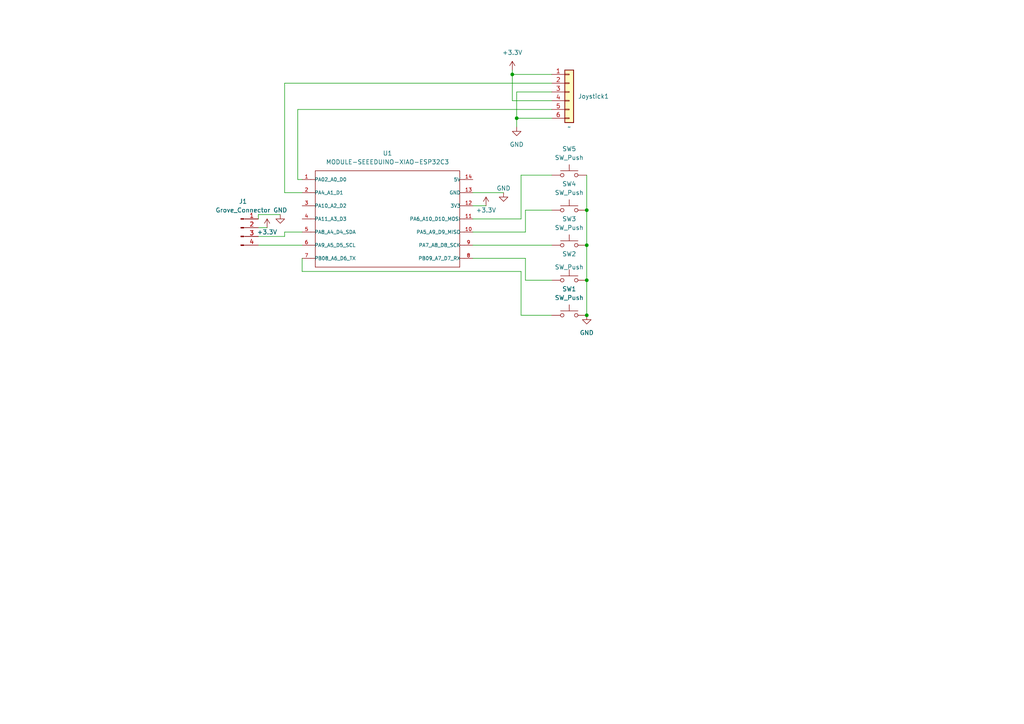
<source format=kicad_sch>
(kicad_sch (version 20230121) (generator eeschema)
  (paper "A4")
  (lib_symbols
    (symbol "New_Library:Grove_Connector" (pin_names (offset 1.016) hide)
      (property "Reference" "J" (at 0 5.08 0))
      (property "Value" "Grove_Connector" (at 0 -7.62 0))
      (symbol "Grove_Connector_1_1"
        (polyline (pts (xy 1.27 -5.08) (xy 0.8636 -5.08)) (stroke (width 0.1524)))
        (polyline (pts (xy 1.27 -2.54) (xy 0.8636 -2.54)) (stroke (width 0.1524)))
        (polyline (pts (xy 1.27 0) (xy 0.8636 0)) (stroke (width 0.1524)))
        (polyline (pts (xy 1.27 2.54) (xy 0.8636 2.54)) (stroke (width 0.1524)))
        (rectangle (start 0.8636 -4.953) (end 0 -5.207) (stroke (width 0.1524)) (fill (type outline)))
        (rectangle (start 0.8636 -2.413) (end 0 -2.667) (stroke (width 0.1524)) (fill (type outline)))
        (rectangle (start 0.8636 0.127) (end 0 -0.127) (stroke (width 0.1524)) (fill (type outline)))
        (rectangle (start 0.8636 2.667) (end 0 2.413) (stroke (width 0.1524)) (fill (type outline)))
        (pin power_in line (at 5.08 2.54 180) (length 3.81) (name "GND") (number "1"))
        (pin power_in line (at 5.08 0 180) (length 3.81) (name "Vcc") (number "2"))
        (pin bidirectional line (at 5.08 -2.54 180) (length 3.81) (name "SDA") (number "3"))
        (pin input line (at 5.08 -5.08 180) (length 3.81) (name "SCL") (number "4"))
      )
    )
    (symbol "New_Library:Joystick" (pin_names (offset 1.016) hide)
      (property "Reference" "Joystick" (at 0 7.62 0))
      (symbol "Joystick_1_1"
        (rectangle (start -1.27 -7.493) (end 0 -7.747) (stroke (width 0.1524)))
        (rectangle (start -1.27 -4.953) (end 0 -5.207) (stroke (width 0.1524)))
        (rectangle (start -1.27 -2.413) (end 0 -2.667) (stroke (width 0.1524)))
        (rectangle (start -1.27 0.127) (end 0 -0.127) (stroke (width 0.1524)))
        (rectangle (start -1.27 2.667) (end 0 2.413) (stroke (width 0.1524)))
        (rectangle (start -1.27 5.207) (end 0 4.953) (stroke (width 0.1524)))
        (rectangle (start -1.27 6.35) (end 1.27 -8.89) (stroke (width 0.254)) (fill (type background)))
        (pin power_in line (at -5.08 5.08 0) (length 3.81) (name "H+") (number "1"))
        (pin output line (at -5.08 2.54 0) (length 3.81) (name "HV") (number "2"))
        (pin power_in line (at -5.08 0 0) (length 3.81) (name "H-") (number "3"))
        (pin power_in line (at -5.08 -2.54 0) (length 3.81) (name "V+") (number "4"))
        (pin output line (at -5.08 -5.08 0) (length 3.81) (name "VV") (number "5"))
        (pin power_in line (at -5.08 -7.62 0) (length 3.81) (name "V-") (number "6"))
      )
    )
    (symbol "Switch:SW_Push" (pin_numbers hide) (pin_names (offset 1.016) hide)
      (property "Reference" "SW" (at 1.27 2.54 0))
      (property "Value" "SW_Push" (at 0 -1.524 0))
      (symbol "SW_Push_0_1"
        (circle (center -2.032 0) (radius 0.508))
        (polyline (pts (xy 0 1.27) (xy 0 3.048)))
        (polyline (pts (xy 2.54 1.27) (xy -2.54 1.27)))
        (circle (center 2.032 0) (radius 0.508))
        (pin passive line (at -5.08 0 0) (length 2.54) (name "1") (number "1"))
        (pin passive line (at 5.08 0 180) (length 2.54) (name "2") (number "2"))
      )
    )
    (symbol "power:+3.3V" (power) (pin_names (offset 0))
      (property "Value" "+3.3V" (at 0 3.556 0))
      (symbol "+3.3V_0_1"
        (polyline (pts (xy -0.762 1.27) (xy 0 2.54)))
        (polyline (pts (xy 0 0) (xy 0 2.54)))
        (polyline (pts (xy 0 2.54) (xy 0.762 1.27)))
      )
      (symbol "+3.3V_1_1"
        (pin power_in line (at 0 0 90) (length 0) hide (name "+3.3V") (number "1"))
      )
    )
    (symbol "power:GND" (power) (pin_names (offset 0))
      (property "Value" "GND" (at 0 -3.81 0))
      (symbol "GND_0_1"
        (polyline (pts (xy 0 0) (xy 0 -1.27) (xy 1.27 -1.27) (xy 0 -2.54) (xy -1.27 -1.27) (xy 0 -1.27)))
      )
      (symbol "GND_1_1"
        (pin power_in line (at 0 0 270) (length 0) hide (name "GND") (number "1"))
      )
    )
    (symbol "xiao:MOUDLE-SEEEDUINO-XIAO-ESP32C3" (pin_names (offset 1.016))
      (property "Reference" "U" (at -21.59 15.24 0))
      (property "Value" "MOUDLE-SEEEDUINO-XIAO-ESP32C3" (at -21.59 13.97 0))
      (symbol "MOUDLE-SEEEDUINO-XIAO-ESP32C3_0_0"
        (polyline (pts (xy -21.59 -13.97) (xy -21.59 0)) (stroke (width 0.1524)))
        (polyline (pts (xy -21.59 -11.43) (xy -22.86 -11.43)) (stroke (width 0.1524)))
        (polyline (pts (xy -21.59 -7.62) (xy -22.86 -7.62)) (stroke (width 0.1524)))
        (polyline (pts (xy -21.59 -3.81) (xy -22.86 -3.81)) (stroke (width 0.1524)))
        (polyline (pts (xy -21.59 0) (xy -22.86 0)) (stroke (width 0.1524)))
        (polyline (pts (xy -21.59 0) (xy -21.59 3.81)) (stroke (width 0.1524)))
        (polyline (pts (xy -21.59 3.81) (xy -22.86 3.81)) (stroke (width 0.1524)))
        (polyline (pts (xy -21.59 3.81) (xy -21.59 7.62)) (stroke (width 0.1524)))
        (polyline (pts (xy -21.59 7.62) (xy -22.86 7.62)) (stroke (width 0.1524)))
        (polyline (pts (xy -21.59 7.62) (xy -21.59 11.43)) (stroke (width 0.1524)))
        (polyline (pts (xy -21.59 11.43) (xy -22.86 11.43)) (stroke (width 0.1524)))
        (polyline (pts (xy -21.59 11.43) (xy -21.59 13.97)) (stroke (width 0.1524)))
        (polyline (pts (xy -21.59 13.97) (xy 20.32 13.97)) (stroke (width 0.1524)))
        (polyline (pts (xy 20.32 -13.97) (xy -21.59 -13.97)) (stroke (width 0.1524)))
        (polyline (pts (xy 20.32 3.81) (xy 20.32 -13.97)) (stroke (width 0.1524)))
        (polyline (pts (xy 20.32 7.62) (xy 20.32 3.81)) (stroke (width 0.1524)))
        (polyline (pts (xy 20.32 11.43) (xy 20.32 7.62)) (stroke (width 0.1524)))
        (polyline (pts (xy 20.32 13.97) (xy 20.32 11.43)) (stroke (width 0.1524)))
        (polyline (pts (xy 21.59 -11.43) (xy 20.32 -11.43)) (stroke (width 0.1524)))
        (polyline (pts (xy 21.59 -7.62) (xy 20.32 -7.62)) (stroke (width 0.1524)))
        (polyline (pts (xy 21.59 -3.81) (xy 20.32 -3.81)) (stroke (width 0.1524)))
        (polyline (pts (xy 21.59 0) (xy 20.32 0)) (stroke (width 0.1524)))
        (polyline (pts (xy 21.59 3.81) (xy 20.32 3.81)) (stroke (width 0.1524)))
        (polyline (pts (xy 21.59 7.62) (xy 20.32 7.62)) (stroke (width 0.1524)))
        (polyline (pts (xy 21.59 11.43) (xy 20.32 11.43)) (stroke (width 0.1524)))
        (pin bidirectional line (at -25.4 11.43 0) (length 2.54) (name "PA02_A0_D0") (number "1"))
        (pin bidirectional line (at 24.13 -3.81 180) (length 2.54) (name "PA5_A9_D9_MISO") (number "10"))
        (pin bidirectional line (at 24.13 0 180) (length 2.54) (name "PA6_A10_D10_MOSI") (number "11"))
        (pin bidirectional line (at 24.13 3.81 180) (length 2.54) (name "3V3") (number "12"))
        (pin bidirectional line (at 24.13 7.62 180) (length 2.54) (name "GND") (number "13"))
        (pin bidirectional line (at 24.13 11.43 180) (length 2.54) (name "5V") (number "14"))
        (pin bidirectional line (at -25.4 7.62 0) (length 2.54) (name "PA4_A1_D1") (number "2"))
        (pin bidirectional line (at -25.4 3.81 0) (length 2.54) (name "PA10_A2_D2") (number "3"))
        (pin bidirectional line (at -25.4 0 0) (length 2.54) (name "PA11_A3_D3") (number "4"))
        (pin bidirectional line (at -25.4 -3.81 0) (length 2.54) (name "PA8_A4_D4_SDA") (number "5"))
        (pin bidirectional line (at -25.4 -7.62 0) (length 2.54) (name "PA9_A5_D5_SCL") (number "6"))
        (pin bidirectional line (at -25.4 -11.43 0) (length 2.54) (name "PB08_A6_D6_TX") (number "7"))
        (pin bidirectional line (at 24.13 -11.43 180) (length 2.54) (name "PB09_A7_D7_RX") (number "8"))
        (pin bidirectional line (at 24.13 -7.62 180) (length 2.54) (name "PA7_A8_D8_SCK") (number "9"))
      )
    )
  )
  (junction (at 148.59 21.59))
  (junction (at 170.18 81.28))
  (junction (at 170.18 71.12))
  (junction (at 149.86 34.29))
  (junction (at 170.18 91.44))
  (junction (at 170.18 60.96))
  (wire (pts (xy 170.18 81.28) (xy 170.18 91.44)))
  (wire (pts (xy 82.55 68.58) (xy 82.55 67.31)))
  (wire (pts (xy 74.93 68.58) (xy 82.55 68.58)))
  (wire (pts (xy 151.13 50.8) (xy 160.02 50.8)))
  (wire (pts (xy 137.16 59.69) (xy 140.97 59.69)))
  (wire (pts (xy 149.86 34.29) (xy 149.86 26.67)))
  (wire (pts (xy 151.13 63.5) (xy 137.16 63.5)))
  (wire (pts (xy 82.55 24.13) (xy 82.55 55.88)))
  (wire (pts (xy 137.16 67.31) (xy 152.4 67.31)))
  (wire (pts (xy 148.59 21.59) (xy 160.02 21.59)))
  (wire (pts (xy 152.4 60.96) (xy 152.4 67.31)))
  (wire (pts (xy 86.36 31.75) (xy 160.02 31.75)))
  (wire (pts (xy 170.18 71.12) (xy 170.18 81.28)))
  (wire (pts (xy 148.59 20.32) (xy 148.59 21.59)))
  (wire (pts (xy 151.13 78.74) (xy 87.63 78.74)))
  (wire (pts (xy 148.59 21.59) (xy 148.59 29.21)))
  (wire (pts (xy 152.4 60.96) (xy 160.02 60.96)))
  (wire (pts (xy 151.13 50.8) (xy 151.13 63.5)))
  (wire (pts (xy 82.55 24.13) (xy 160.02 24.13)))
  (wire (pts (xy 74.93 62.23) (xy 74.93 63.5)))
  (wire (pts (xy 151.13 91.44) (xy 151.13 78.74)))
  (wire (pts (xy 149.86 34.29) (xy 149.86 36.83)))
  (wire (pts (xy 149.86 34.29) (xy 160.02 34.29)))
  (wire (pts (xy 87.63 78.74) (xy 87.63 74.93)))
  (wire (pts (xy 152.4 81.28) (xy 160.02 81.28)))
  (wire (pts (xy 82.55 55.88) (xy 87.63 55.88)))
  (wire (pts (xy 151.13 91.44) (xy 160.02 91.44)))
  (wire (pts (xy 74.93 71.12) (xy 87.63 71.12)))
  (wire (pts (xy 74.93 66.04) (xy 77.47 66.04)))
  (wire (pts (xy 86.36 52.07) (xy 87.63 52.07)))
  (wire (pts (xy 137.16 55.88) (xy 146.05 55.88)))
  (wire (pts (xy 137.16 71.12) (xy 160.02 71.12)))
  (wire (pts (xy 152.4 74.93) (xy 137.16 74.93)))
  (wire (pts (xy 82.55 67.31) (xy 87.63 67.31)))
  (wire (pts (xy 152.4 81.28) (xy 152.4 74.93)))
  (wire (pts (xy 148.59 29.21) (xy 160.02 29.21)))
  (wire (pts (xy 170.18 60.96) (xy 170.18 71.12)))
  (wire (pts (xy 170.18 50.8) (xy 170.18 60.96)))
  (wire (pts (xy 86.36 31.75) (xy 86.36 52.07)))
  (wire (pts (xy 74.93 62.23) (xy 81.28 62.23)))
  (wire (pts (xy 149.86 26.67) (xy 160.02 26.67)))
  (symbol (lib_id "power:GND") (at 81.28 62.23 0) (unit 1)
    (property "Reference" "#PWR06" (effects hide))
    (property "Value" "GND" (at 81.28 60.96 0))
  )
  (symbol (lib_id "xiao:MOUDLE-SEEEDUINO-XIAO-ESP32C3") (at 113.03 63.5 0) (unit 1)
    (property "Reference" "U1" (at 112.395 44.45 0))
    (property "Value" "MODULE-SEEEDUINO-XIAO-ESP32C3" (at 112.395 46.99 0))
    (property "Footprint" "Xiao:MOUDLE14P-SMD-2.54-21X17.8MM" (effects hide))
  )
  (symbol (lib_id "Switch:SW_Push") (at 165.1 71.12 0) (unit 1)
    (property "Reference" "SW3" (at 165.1 63.5 0))
    (property "Value" "SW_Push" (at 165.1 66.04 0))
    (property "Footprint" "Library:SW_PUSH-13mmGotronic" (effects hide))
  )
  (symbol (lib_id "power:GND") (at 149.86 36.83 0) (unit 1)
    (property "Reference" "#PWR04" (effects hide))
    (property "Value" "GND" (at 149.86 41.91 0))
  )
  (symbol (lib_id "New_Library:Grove_Connector") (at 69.85 66.04 0) (unit 1)
    (property "Reference" "J1" (at 70.485 58.42 0))
    (property "Value" "Grove_Connector" (at 70.485 60.96 0))
    (property "Footprint" "Library:Grove_1x04" (effects hide))
  )
  (symbol (lib_id "Switch:SW_Push") (at 165.1 81.28 0) (unit 1)
    (property "Reference" "SW2" (at 165.1 73.66 0))
    (property "Value" "SW_Push" (at 165.1 77.47 0))
    (property "Footprint" "Library:SW_PUSH-13mmGotronic" (effects hide))
  )
  (symbol (lib_id "power:+3.3V") (at 140.97 59.69 0) (unit 1)
    (property "Reference" "#PWR01" (effects hide))
    (property "Value" "+3.3V" (at 140.97 60.96 0))
  )
  (symbol (lib_id "Switch:SW_Push") (at 165.1 50.8 0) (unit 1)
    (property "Reference" "SW5" (at 165.1 43.18 0))
    (property "Value" "SW_Push" (at 165.1 45.72 0))
    (property "Footprint" "Library:SW_PUSH-13mmGotronic" (effects hide))
  )
  (symbol (lib_id "power:+3.3V") (at 77.47 66.04 0) (unit 1)
    (property "Reference" "#PWR07" (effects hide))
    (property "Value" "+3.3V" (at 77.47 67.31 0))
  )
  (symbol (lib_id "power:+3.3V") (at 148.59 20.32 0) (unit 1)
    (property "Reference" "#PWR05" (effects hide))
    (property "Value" "+3.3V" (at 148.59 15.24 0))
  )
  (symbol (lib_id "Switch:SW_Push") (at 165.1 60.96 0) (unit 1)
    (property "Reference" "SW4" (at 165.1 53.34 0))
    (property "Value" "SW_Push" (at 165.1 55.88 0))
    (property "Footprint" "Library:SW_PUSH-13mmGotronic" (effects hide))
  )
  (symbol (lib_id "Switch:SW_Push") (at 165.1 91.44 0) (unit 1)
    (property "Reference" "SW1" (at 165.1 83.82 0))
    (property "Value" "SW_Push" (at 165.1 86.36 0))
    (property "Footprint" "Library:SW_PUSH-13mmGotronic" (effects hide))
  )
  (symbol (lib_id "New_Library:Joystick") (at 165.1 26.67 0) (unit 1)
    (property "Reference" "Joystick1" (at 167.64 27.94 0) (effects (justify left)))
    (property "Value" "~" (at 165.1 36.83 0))
    (property "Footprint" "Library:Joystick" (effects hide))
  )
  (symbol (lib_id "power:GND") (at 170.18 91.44 0) (unit 1)
    (property "Reference" "#PWR03" (effects hide))
    (property "Value" "GND" (at 170.18 96.52 0))
  )
  (symbol (lib_id "power:GND") (at 146.05 55.88 0) (unit 1)
    (property "Reference" "#PWR02" (effects hide))
    (property "Value" "GND" (at 146.05 54.61 0))
  )
)
</source>
